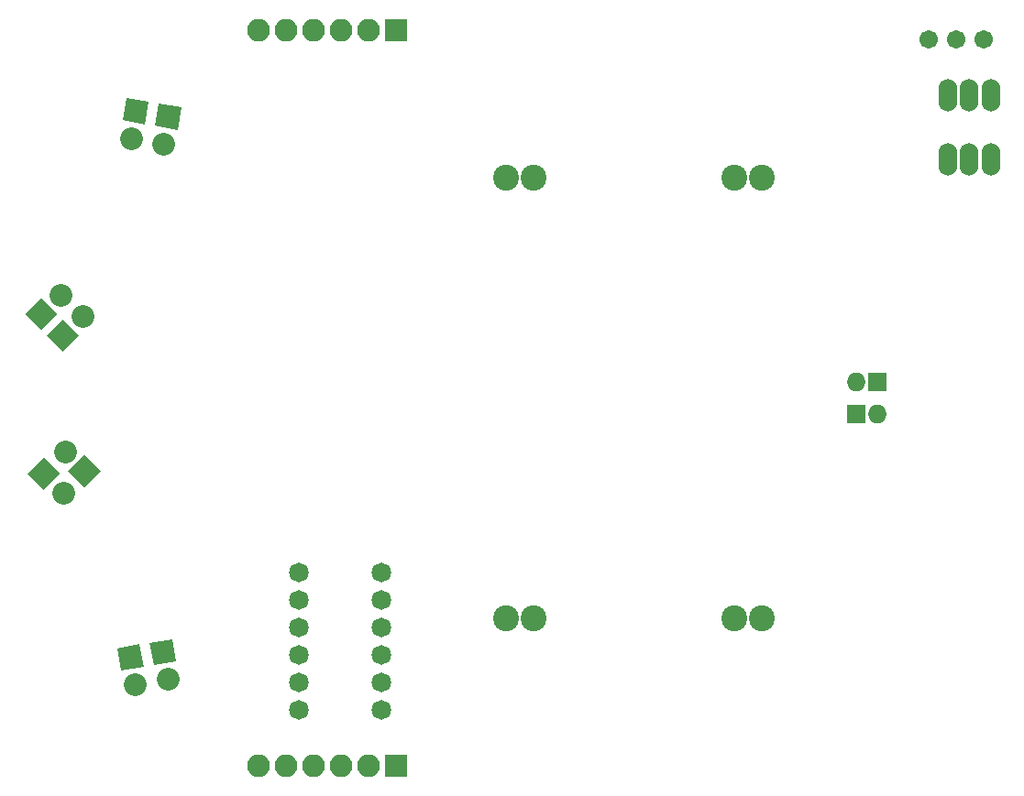
<source format=gbs>
G04 #@! TF.FileFunction,Soldermask,Bot*
%FSLAX46Y46*%
G04 Gerber Fmt 4.6, Leading zero omitted, Abs format (unit mm)*
G04 Created by KiCad (PCBNEW 4.0.7) date 03/07/18 23:31:53*
%MOMM*%
%LPD*%
G01*
G04 APERTURE LIST*
%ADD10C,0.100000*%
%ADD11C,1.708000*%
%ADD12O,1.708000X3.016000*%
%ADD13C,1.822400*%
%ADD14C,2.100000*%
%ADD15R,2.100000X2.100000*%
%ADD16O,2.100000X2.100000*%
%ADD17R,1.750000X1.750000*%
%ADD18O,1.750000X1.750000*%
%ADD19C,2.400000*%
G04 APERTURE END LIST*
D10*
D11*
X231267000Y-56896000D03*
X228727000Y-56896000D03*
X226187000Y-56896000D03*
D12*
X231969500Y-67992500D03*
X229969500Y-67992500D03*
X227969500Y-67992500D03*
X231972500Y-62047500D03*
X229972500Y-62047500D03*
X227972500Y-62047500D03*
D13*
X168090000Y-108690000D03*
X168090000Y-106150000D03*
X175710000Y-106150000D03*
X175710000Y-111230000D03*
X175710000Y-118850000D03*
X168090000Y-111230000D03*
X175710000Y-116310000D03*
X168090000Y-118850000D03*
X175710000Y-108690000D03*
X168090000Y-113770000D03*
X175710000Y-113770000D03*
X168090000Y-116310000D03*
D10*
G36*
X154648282Y-114716379D02*
X154283621Y-112648282D01*
X156351718Y-112283621D01*
X156716379Y-114351718D01*
X154648282Y-114716379D01*
X154648282Y-114716379D01*
G37*
D14*
X155941066Y-116001412D02*
X155941066Y-116001412D01*
D10*
G36*
X148250000Y-95265076D02*
X149734924Y-96750000D01*
X148250000Y-98234924D01*
X146765076Y-96750000D01*
X148250000Y-95265076D01*
X148250000Y-95265076D01*
G37*
D14*
X146453949Y-94953949D02*
X146453949Y-94953949D01*
D10*
G36*
X147734924Y-84250000D02*
X146250000Y-85734924D01*
X144765076Y-84250000D01*
X146250000Y-82765076D01*
X147734924Y-84250000D01*
X147734924Y-84250000D01*
G37*
D14*
X148046051Y-82453949D02*
X148046051Y-82453949D01*
D10*
G36*
X154783621Y-64851718D02*
X155148282Y-62783621D01*
X157216379Y-63148282D01*
X156851718Y-65216379D01*
X154783621Y-64851718D01*
X154783621Y-64851718D01*
G37*
D14*
X155558934Y-66501412D02*
X155558934Y-66501412D01*
D10*
G36*
X151648282Y-115216379D02*
X151283621Y-113148282D01*
X153351718Y-112783621D01*
X153716379Y-114851718D01*
X151648282Y-115216379D01*
X151648282Y-115216379D01*
G37*
D14*
X152941066Y-116501412D02*
X152941066Y-116501412D01*
D10*
G36*
X144500000Y-98484924D02*
X143015076Y-97000000D01*
X144500000Y-95515076D01*
X145984924Y-97000000D01*
X144500000Y-98484924D01*
X144500000Y-98484924D01*
G37*
D14*
X146296051Y-98796051D02*
X146296051Y-98796051D01*
D10*
G36*
X145734924Y-82250000D02*
X144250000Y-83734924D01*
X142765076Y-82250000D01*
X144250000Y-80765076D01*
X145734924Y-82250000D01*
X145734924Y-82250000D01*
G37*
D14*
X146046051Y-80453949D02*
X146046051Y-80453949D01*
D10*
G36*
X151783621Y-64351718D02*
X152148282Y-62283621D01*
X154216379Y-62648282D01*
X153851718Y-64716379D01*
X151783621Y-64351718D01*
X151783621Y-64351718D01*
G37*
D14*
X152558934Y-66001412D02*
X152558934Y-66001412D01*
D15*
X177000000Y-56000000D03*
D16*
X174460000Y-56000000D03*
X171920000Y-56000000D03*
X169380000Y-56000000D03*
X166840000Y-56000000D03*
X164300000Y-56000000D03*
D17*
X219500000Y-91500000D03*
D18*
X221500000Y-91500000D03*
D17*
X221500000Y-88500000D03*
D18*
X219500000Y-88500000D03*
D19*
X208270000Y-110375000D03*
X210810000Y-110375000D03*
X189730000Y-110375000D03*
X187190000Y-110375000D03*
X189730000Y-69625000D03*
X187190000Y-69625000D03*
X208270000Y-69625000D03*
X210810000Y-69625000D03*
D15*
X177000000Y-124000000D03*
D16*
X174460000Y-124000000D03*
X171920000Y-124000000D03*
X169380000Y-124000000D03*
X166840000Y-124000000D03*
X164300000Y-124000000D03*
M02*

</source>
